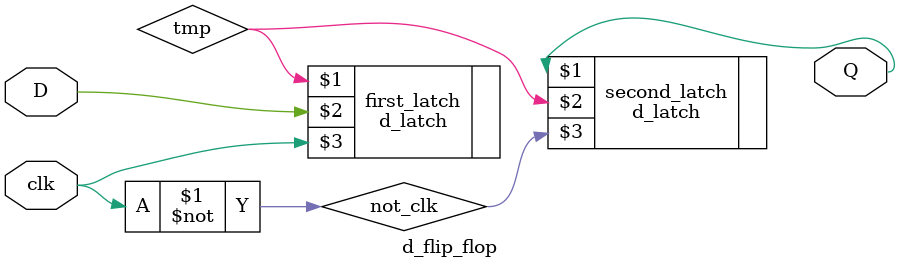
<source format=v>
`include "d_latch.v"
module d_flip_flop(D, clk, Q);
    input D, clk;
    output Q;
    wire not_clk, tmp;
    not not1(not_clk, clk);
    d_latch first_latch(tmp, D, clk);
    d_latch second_latch(Q, tmp, not_clk);
endmodule
</source>
